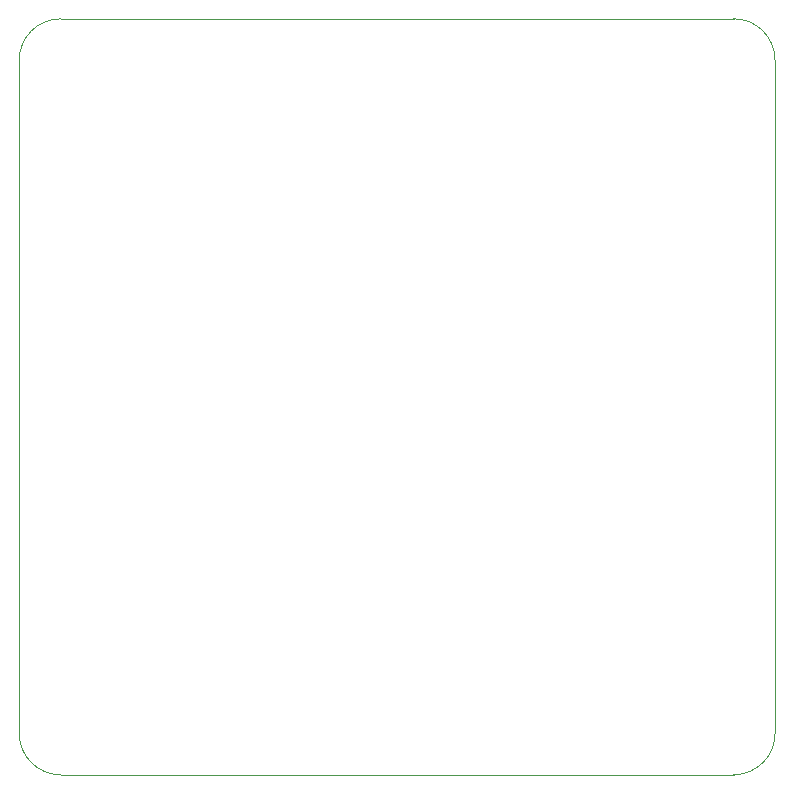
<source format=gbr>
G04 #@! TF.GenerationSoftware,KiCad,Pcbnew,7.0.7*
G04 #@! TF.CreationDate,2023-10-29T19:55:49+11:00*
G04 #@! TF.ProjectId,AnalogDiscovery_rs232_5_wire_sniffer,416e616c-6f67-4446-9973-636f76657279,rev?*
G04 #@! TF.SameCoordinates,PX69618a0PY7bfa480*
G04 #@! TF.FileFunction,Profile,NP*
%FSLAX46Y46*%
G04 Gerber Fmt 4.6, Leading zero omitted, Abs format (unit mm)*
G04 Created by KiCad (PCBNEW 7.0.7) date 2023-10-29 19:55:49*
%MOMM*%
%LPD*%
G01*
G04 APERTURE LIST*
G04 #@! TA.AperFunction,Profile*
%ADD10C,0.050000*%
G04 #@! TD*
G04 APERTURE END LIST*
D10*
X60495125Y0D02*
G75*
G03*
X63995125Y3500000I1J3499999D01*
G01*
X63995126Y60505126D02*
G75*
G03*
X60495126Y64005126I-3499999J1D01*
G01*
X1Y3494874D02*
G75*
G03*
X3500001Y-5126I3499999J-1D01*
G01*
X3500000Y64000000D02*
G75*
G03*
X0Y60500000I0J-3500000D01*
G01*
X1Y3494874D02*
X0Y60500000D01*
X63995125Y3500000D02*
X63995126Y60505126D01*
X3500001Y-5126D02*
X60495125Y0D01*
X3500000Y64000000D02*
X60495126Y64005126D01*
M02*

</source>
